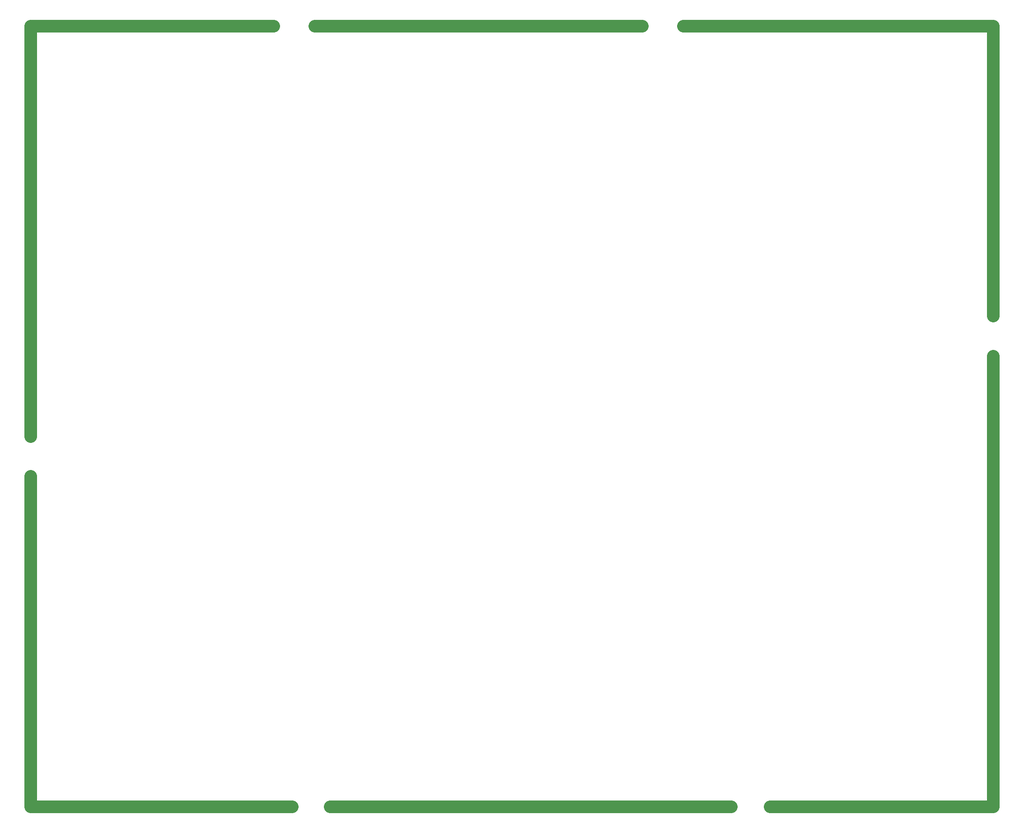
<source format=gbr>
G04 #@! TF.FileFunction,Other,ECO1*
%FSLAX46Y46*%
G04 Gerber Fmt 4.6, Leading zero omitted, Abs format (unit mm)*
G04 Created by KiCad (PCBNEW 4.0.1-stable) date 7/17/2017 8:51:10 PM*
%MOMM*%
G01*
G04 APERTURE LIST*
%ADD10C,0.100000*%
%ADD11C,2.400000*%
G04 APERTURE END LIST*
D10*
D11*
X150100000Y-22800000D02*
X208200000Y-22800000D01*
X81000000Y-22800000D02*
X142400000Y-22800000D01*
X27800000Y-22800000D02*
X73300000Y-22800000D01*
X76800000Y-169200000D02*
X27900000Y-169200000D01*
X159100000Y-169200000D02*
X83900000Y-169200000D01*
X208200000Y-169200000D02*
X166400000Y-169200000D01*
X208000000Y-168900000D02*
X208200000Y-169100000D01*
X27800000Y-99800000D02*
X27800000Y-22800000D01*
X27800000Y-169200000D02*
X27800000Y-107200000D01*
X208200000Y-84700000D02*
X208200000Y-169200000D01*
X208200000Y-22800000D02*
X208200000Y-77200000D01*
M02*

</source>
